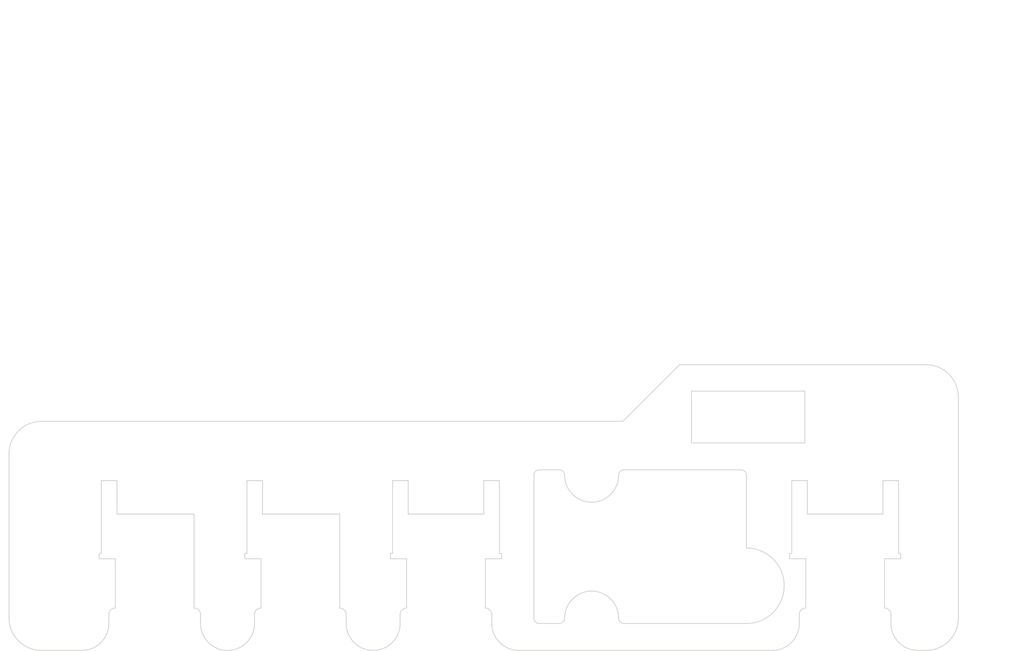
<source format=kicad_pcb>
(kicad_pcb (version 4) (host pcbnew 4.0.6-e0-6349~53~ubuntu14.04.1)
  (title_block (title SBMS120) (rev 03) (company "Electrodacus (Schematic and PCB layout released under CC-BY-SA 3.0 licence)"))
  (layers (0 F.Cu signal) (31 B.Cu signal) (34 B.Paste user) (35 F.Paste user) (36 B.SilkS user) (37 F.SilkS user) (38 B.Mask user) (39 F.Mask user) (44 Edge.Cuts user))
  (net 0 "")
  (net 1 /BAT0)
  (net 2 /CPV1P)
  (net 3 /CPV2P)
  (net 4 /CSI1a)
  (net 5 /CSI2a)
  (net 6 /LDMON)
  (net 7 /PV+)
  (net 8 /PV1)
  (net 9 /PV2)
  (net 10 GND)
  (net 11 "Net-(D7-Pad1)")
  (module dacusnewlib:H1-6x2mm-M (layer F.Cu) (at 49 131)
    (fp_text reference "" hide)
    (fp_text value "" hide)
    (pad "" np_thru_hole oval (at 0 0) (size 2 6) (drill oval 2 6) (layers *.Cu *.Mask))
  )
  (module dacusnewlib:H1-6x2mm-M (layer F.Cu) (at 49 142)
    (fp_text reference "" hide)
    (fp_text value "" hide)
    (pad "" np_thru_hole oval (at 0 0) (size 2 6) (drill oval 2 6) (layers *.Cu *.Mask))
  )
  (module dacusnewlib:H1-9x13mm-M (layer F.Cu) (at 207 105)
    (fp_text reference "" hide)
    (fp_text value "" hide)
    (pad "" np_thru_hole oval (at 0 0) (size 13 9) (drill oval 13 9) (layers *.Cu *.Mask))
  )
  (module dacusnewlib:H1-5mm-M (layer F.Cu) (at 84.5 138)
    (fp_text reference "" hide)
    (fp_text value "" hide)
    (pad "" np_thru_hole circle (at 0 0) (size 5 5) (drill 5) (layers *.Cu *.Mask))
  )
  (module dacusnewlib:H1-5mm-M (layer F.Cu) (at 111.5 138)
    (fp_text reference "" hide)
    (fp_text value "" hide)
    (pad "" np_thru_hole circle (at 0 0) (size 5 5) (drill 5) (layers *.Cu *.Mask))
  )
  (module dacusnewlib:H1-6x2mm-M (layer F.Cu) (at 49 120)
    (fp_text reference "" hide)
    (fp_text value "" hide)
    (pad "" np_thru_hole oval (at 0 0) (size 2 6) (drill oval 2 6) (layers *.Cu *.Mask))
  )
  (module dacusnewlib:H1-5mm-M (layer F.Cu) (at 152 117.5)
    (fp_text reference "" hide)
    (fp_text value "" hide)
    (pad "" np_thru_hole circle (at 0 0) (size 5 5) (drill 5) (layers *.Cu *.Mask))
  )
  (module dacusnewlib:H1-5mm-M (layer F.Cu) (at 152 144)
    (fp_text reference "" hide)
    (fp_text value "" hide)
    (pad "" np_thru_hole circle (at 0 0) (size 5 5) (drill 5) (layers *.Cu *.Mask))
  )
  (module dacusnewlib:H1-5mm-M (layer F.Cu) (at 214 117.5)
    (fp_text reference "" hide)
    (fp_text value "" hide)
    (pad "" np_thru_hole circle (at 0 0) (size 5 5) (drill 5) (layers *.Cu *.Mask))
  )
  (module dacusnewlib:H1-5mm-M (layer F.Cu) (at 214 144)
    (fp_text reference "" hide)
    (fp_text value "" hide)
    (pad "" np_thru_hole circle (at 0 0) (size 5 5) (drill 5) (layers *.Cu *.Mask))
  )
  (module dacusnewlib:H1-5mm-M (layer F.Cu) (at 56 117.5)
    (fp_text reference "" hide)
    (fp_text value "" hide)
    (pad "" np_thru_hole circle (at 0 0) (size 5 5) (drill 5) (layers *.Cu *.Mask))
  )
  (module dacusnewlib:H1-5mm-M (layer F.Cu) (at 56 144)
    (fp_text reference "" hide)
    (fp_text value "" hide)
    (pad "" np_thru_hole circle (at 0 0) (size 5 5) (drill 5) (layers *.Cu *.Mask))
  )
  (gr_arc (start 180.7 138) (end 180.7 131) (angle 180) (layer Edge.Cuts) (width 0.15))
  (gr_line (start 206 118.5) (end 206 124.71) (layer Edge.Cuts) (width 0.15))
  (gr_line (start 208.9 118.5) (end 206 118.5) (layer Edge.Cuts) (width 0.15))
  (gr_line (start 208.9 132) (end 208.9 118.5) (layer Edge.Cuts) (width 0.15))
  (gr_line (start 209.3 132) (end 208.9 132) (layer Edge.Cuts) (width 0.15))
  (gr_line (start 209.3 133) (end 209.3 132) (layer Edge.Cuts) (width 0.15))
  (gr_line (start 206.3 133) (end 209.3 133) (layer Edge.Cuts) (width 0.15))
  (gr_line (start 132 118.5) (end 132 124.71) (layer Edge.Cuts) (width 0.15))
  (gr_line (start 134.9 118.5) (end 132 118.5) (layer Edge.Cuts) (width 0.15))
  (gr_line (start 134.9 132) (end 134.9 118.5) (layer Edge.Cuts) (width 0.15))
  (gr_line (start 135.3 132) (end 134.9 132) (layer Edge.Cuts) (width 0.15))
  (gr_line (start 135.3 133) (end 135.3 132) (layer Edge.Cuts) (width 0.15))
  (gr_line (start 132.3 133) (end 135.3 133) (layer Edge.Cuts) (width 0.15))
  (gr_line (start 192 118.5) (end 192 124.71) (layer Edge.Cuts) (width 0.15))
  (gr_line (start 189.1 118.5) (end 192 118.5) (layer Edge.Cuts) (width 0.15))
  (gr_line (start 189.1 132) (end 189.1 118.5) (layer Edge.Cuts) (width 0.15))
  (gr_line (start 188.7 132) (end 189.1 132) (layer Edge.Cuts) (width 0.15))
  (gr_line (start 188.7 133) (end 188.7 132) (layer Edge.Cuts) (width 0.15))
  (gr_line (start 191.7 133) (end 188.7 133) (layer Edge.Cuts) (width 0.15))
  (gr_line (start 118 118.5) (end 118 124.71) (layer Edge.Cuts) (width 0.15))
  (gr_line (start 115.1 118.5) (end 118 118.5) (layer Edge.Cuts) (width 0.15))
  (gr_line (start 115.1 132) (end 115.1 118.5) (layer Edge.Cuts) (width 0.15))
  (gr_line (start 114.7 132) (end 115.1 132) (layer Edge.Cuts) (width 0.15))
  (gr_line (start 114.7 133) (end 114.7 132) (layer Edge.Cuts) (width 0.15))
  (gr_line (start 117.7 133) (end 114.7 133) (layer Edge.Cuts) (width 0.15))
  (gr_line (start 91 118.5) (end 91 124.71) (layer Edge.Cuts) (width 0.15))
  (gr_line (start 88.1 118.5) (end 91 118.5) (layer Edge.Cuts) (width 0.15))
  (gr_line (start 88.1 132) (end 88.1 118.5) (layer Edge.Cuts) (width 0.15))
  (gr_line (start 87.7 132) (end 88.1 132) (layer Edge.Cuts) (width 0.15))
  (gr_line (start 87.7 133) (end 87.7 132) (layer Edge.Cuts) (width 0.15))
  (gr_line (start 90.7 133) (end 87.7 133) (layer Edge.Cuts) (width 0.15))
  (gr_line (start 64 124.71) (end 64 118.5) (layer Edge.Cuts) (width 0.15))
  (gr_line (start 61.1 118.5) (end 64 118.5) (layer Edge.Cuts) (width 0.15))
  (gr_line (start 61.1 132) (end 61.1 118.5) (layer Edge.Cuts) (width 0.15))
  (gr_line (start 60.7 132) (end 61.1 132) (layer Edge.Cuts) (width 0.15))
  (gr_line (start 60.7 133) (end 60.7 132) (layer Edge.Cuts) (width 0.15))
  (gr_line (start 63.7 133) (end 60.7 133) (layer Edge.Cuts) (width 0.15))
  (gr_arc (start 50 144) (end 50 150) (angle 90) (layer Edge.Cuts) (width 0.15))
  (gr_arc (start 50 113.5) (end 44 113.5) (angle 90) (layer Edge.Cuts) (width 0.15))
  (gr_line (start 168.3 97) (end 214 97) (layer Edge.Cuts) (width 0.15))
  (gr_line (start 157.8 107.5) (end 168.3 97) (layer Edge.Cuts) (width 0.15))
  (gr_line (start 170.52 101.9) (end 191.52 101.9) (layer Edge.Cuts) (width 0.15))
  (gr_line (start 158 116.5) (end 179.7 116.5) (layer Edge.Cuts) (width 0.15))
  (gr_line (start 142.3 116.5) (end 146 116.5) (layer Edge.Cuts) (width 0.15))
  (gr_arc (start 179.7 117.5) (end 179.7 116.5) (angle 90) (layer Edge.Cuts) (width 0.15))
  (gr_arc (start 142.3 117.5) (end 141.3 117.5) (angle 90) (layer Edge.Cuts) (width 0.15))
  (gr_line (start 158 145) (end 180.7 145) (layer Edge.Cuts) (width 0.15))
  (gr_line (start 142.3 145) (end 146 145) (layer Edge.Cuts) (width 0.15))
  (gr_arc (start 142.3 144) (end 142.3 145) (angle 90) (layer Edge.Cuts) (width 0.15))
  (gr_line (start 180.7 117.5) (end 180.7 131) (layer Edge.Cuts) (width 0.15))
  (gr_line (start 141.3 117.5) (end 141.3 144) (layer Edge.Cuts) (width 0.15))
  (gr_arc (start 146 117.5) (end 146 116.5) (angle 90) (layer Edge.Cuts) (width 0.15))
  (gr_arc (start 158 117.5) (end 157 117.5) (angle 90) (layer Edge.Cuts) (width 0.15))
  (gr_arc (start 158 144) (end 158 145) (angle 90) (layer Edge.Cuts) (width 0.15))
  (gr_arc (start 146 144) (end 147 144) (angle 90) (layer Edge.Cuts) (width 0.15))
  (gr_arc (start 152 144) (end 147 144) (angle 180) (layer Edge.Cuts) (width 0.15))
  (gr_arc (start 152 117.5) (end 157 117.5) (angle 180) (layer Edge.Cuts) (width 0.15))
  (gr_arc (start 191.7 143.35) (end 190.5 143.35) (angle 90) (layer Edge.Cuts) (width 0.15))
  (gr_arc (start 117.7 143.35) (end 116.5 143.35) (angle 90) (layer Edge.Cuts) (width 0.15))
  (gr_arc (start 90.7 143.35) (end 89.5 143.35) (angle 90) (layer Edge.Cuts) (width 0.15))
  (gr_arc (start 63.7 143.35) (end 62.5 143.35) (angle 90) (layer Edge.Cuts) (width 0.15))
  (gr_arc (start 206.3 143.35) (end 206.3 142.15) (angle 90) (layer Edge.Cuts) (width 0.15))
  (gr_arc (start 132.3 143.35) (end 132.3 142.15) (angle 90) (layer Edge.Cuts) (width 0.15))
  (gr_arc (start 105.3 143.35) (end 105.3 142.15) (angle 90) (layer Edge.Cuts) (width 0.15))
  (gr_arc (start 78.3 143.35) (end 78.3 142.15) (angle 90) (layer Edge.Cuts) (width 0.15))
  (gr_line (start 212.5 150) (end 214 150) (layer Edge.Cuts) (width 0.15))
  (gr_line (start 138.5 150) (end 185.5 150) (layer Edge.Cuts) (width 0.15))
  (gr_line (start 207.5 143.35) (end 207.5 145) (layer Edge.Cuts) (width 0.15))
  (gr_line (start 206.3 133) (end 206.3 142.15) (layer Edge.Cuts) (width 0.15))
  (gr_line (start 192 124.71) (end 206 124.71) (layer Edge.Cuts) (width 0.15))
  (gr_line (start 191.7 142.15) (end 191.7 133) (layer Edge.Cuts) (width 0.15))
  (gr_line (start 190.5 145) (end 190.5 143.35) (layer Edge.Cuts) (width 0.15))
  (gr_line (start 133.5 143.35) (end 133.5 145) (layer Edge.Cuts) (width 0.15))
  (gr_line (start 132.3 133) (end 132.3 142.15) (layer Edge.Cuts) (width 0.15))
  (gr_line (start 118 124.71) (end 132 124.71) (layer Edge.Cuts) (width 0.15))
  (gr_line (start 117.7 142.15) (end 117.7 133) (layer Edge.Cuts) (width 0.15))
  (gr_line (start 116.5 145) (end 116.5 143.35) (layer Edge.Cuts) (width 0.15))
  (gr_line (start 106.5 143.35) (end 106.5 145) (layer Edge.Cuts) (width 0.15))
  (gr_line (start 105.3 124.71) (end 105.3 142.15) (layer Edge.Cuts) (width 0.15))
  (gr_line (start 91 124.71) (end 105.3 124.71) (layer Edge.Cuts) (width 0.15))
  (gr_line (start 90.7 142.15) (end 90.7 133) (layer Edge.Cuts) (width 0.15))
  (gr_line (start 89.5 145) (end 89.5 143.35) (layer Edge.Cuts) (width 0.15))
  (gr_line (start 79.5 143.35) (end 79.5 145) (layer Edge.Cuts) (width 0.15))
  (gr_line (start 78.3 124.71) (end 78.3 142.15) (layer Edge.Cuts) (width 0.15))
  (gr_line (start 64 124.71) (end 78.3 124.71) (layer Edge.Cuts) (width 0.15))
  (gr_line (start 62.5 143.35) (end 62.5 145) (layer Edge.Cuts) (width 0.15))
  (gr_line (start 63.7 133) (end 63.7 142.15) (layer Edge.Cuts) (width 0.15))
  (gr_arc (start 57.5 145) (end 62.5 145) (angle 90) (layer Edge.Cuts) (width 0.15))
  (gr_arc (start 212.5 145) (end 212.5 150) (angle 90) (layer Edge.Cuts) (width 0.15))
  (gr_arc (start 185.5 145) (end 190.5 145) (angle 90) (layer Edge.Cuts) (width 0.15))
  (gr_arc (start 138.5 145) (end 138.5 150) (angle 90) (layer Edge.Cuts) (width 0.15))
  (gr_arc (start 111.5 145) (end 116.5 145) (angle 180) (layer Edge.Cuts) (width 0.15))
  (gr_arc (start 84.5 145) (end 89.5 145) (angle 180) (layer Edge.Cuts) (width 0.15))
  (gr_line (start 191.52 111.5) (end 170.52 111.5) (layer Edge.Cuts) (width 0.15))
  (gr_line (start 191.52 101.9) (end 191.52 111.5) (layer Edge.Cuts) (width 0.15))
  (gr_line (start 170.52 111.5) (end 170.52 101.9) (layer Edge.Cuts) (width 0.15))
  (gr_line (start 44 144) (end 44 113.5) (layer Edge.Cuts) (width 0.15))
  (gr_arc (start 214 103) (end 214 97) (angle 90) (layer Edge.Cuts) (width 0.15))
  (gr_arc (start 214 144) (end 220 144) (angle 90) (layer Edge.Cuts) (width 0.15))
  (gr_line (start 50 107.5) (end 157.8 107.5) (angle 90) (layer Edge.Cuts) (width 0.15))
  (gr_line (start 50 150) (end 57.5 150) (angle 90) (layer Edge.Cuts) (width 0.15))
  (gr_line (start 220 144) (end 220 103) (angle 90) (layer Edge.Cuts) (width 0.15))
)
</source>
